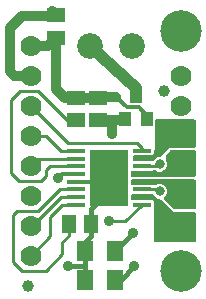
<source format=gbr>
G04 EAGLE Gerber RS-274X export*
G75*
%MOMM*%
%FSLAX34Y34*%
%LPD*%
%INTop Copper*%
%IPPOS*%
%AMOC8*
5,1,8,0,0,1.08239X$1,22.5*%
G01*
%ADD10R,1.600000X0.300000*%
%ADD11R,3.200000X4.800000*%
%ADD12R,1.400000X1.800000*%
%ADD13C,2.184400*%
%ADD14R,1.000000X1.200000*%
%ADD15R,1.240000X1.500000*%
%ADD16R,1.500000X1.240000*%
%ADD17C,1.000000*%
%ADD18C,3.516000*%
%ADD19C,1.778000*%
%ADD20C,0.254000*%
%ADD21C,0.800100*%
%ADD22C,0.906400*%
%ADD23C,0.406400*%
%ADD24C,0.304800*%
%ADD25C,0.812800*%
%ADD26C,1.016000*%

G36*
X141088Y36846D02*
X141088Y36846D01*
X141207Y36853D01*
X141245Y36866D01*
X141286Y36871D01*
X141396Y36914D01*
X141509Y36951D01*
X141544Y36973D01*
X141581Y36988D01*
X141677Y37058D01*
X141778Y37121D01*
X141806Y37151D01*
X141839Y37174D01*
X141915Y37266D01*
X141996Y37353D01*
X142016Y37388D01*
X142041Y37419D01*
X142092Y37527D01*
X142150Y37631D01*
X142160Y37671D01*
X142177Y37707D01*
X142199Y37824D01*
X142229Y37939D01*
X142233Y38000D01*
X142237Y38020D01*
X142235Y38040D01*
X142239Y38100D01*
X142239Y61468D01*
X142224Y61586D01*
X142217Y61705D01*
X142204Y61743D01*
X142199Y61784D01*
X142156Y61894D01*
X142119Y62007D01*
X142097Y62042D01*
X142082Y62079D01*
X142013Y62175D01*
X141949Y62276D01*
X141919Y62304D01*
X141896Y62337D01*
X141804Y62413D01*
X141717Y62494D01*
X141682Y62514D01*
X141651Y62539D01*
X141543Y62590D01*
X141439Y62648D01*
X141399Y62658D01*
X141363Y62675D01*
X141246Y62697D01*
X141131Y62727D01*
X141071Y62731D01*
X141051Y62735D01*
X141030Y62733D01*
X140970Y62737D01*
X123092Y62737D01*
X113422Y72407D01*
X113380Y72513D01*
X113367Y72531D01*
X113359Y72551D01*
X113274Y72659D01*
X113194Y72770D01*
X113177Y72784D01*
X113163Y72801D01*
X113042Y72908D01*
X111994Y73714D01*
X111980Y73722D01*
X111967Y73734D01*
X111843Y73802D01*
X111720Y73874D01*
X111703Y73879D01*
X111689Y73887D01*
X111551Y73923D01*
X111414Y73962D01*
X111397Y73962D01*
X111381Y73967D01*
X111220Y73977D01*
X110560Y73977D01*
X108342Y74895D01*
X106645Y76592D01*
X106607Y76686D01*
X106597Y76703D01*
X106592Y76717D01*
X106588Y76723D01*
X106583Y76739D01*
X106514Y76849D01*
X106449Y76962D01*
X106429Y76983D01*
X106413Y77008D01*
X106318Y77097D01*
X106228Y77190D01*
X106203Y77206D01*
X106181Y77226D01*
X106067Y77289D01*
X105957Y77357D01*
X105928Y77365D01*
X105903Y77380D01*
X105777Y77412D01*
X105653Y77450D01*
X105623Y77452D01*
X105595Y77459D01*
X105434Y77469D01*
X88900Y77469D01*
X88782Y77454D01*
X88663Y77447D01*
X88625Y77434D01*
X88584Y77429D01*
X88474Y77386D01*
X88361Y77349D01*
X88326Y77327D01*
X88289Y77312D01*
X88193Y77243D01*
X88092Y77179D01*
X88064Y77149D01*
X88031Y77126D01*
X87956Y77034D01*
X87874Y76947D01*
X87854Y76912D01*
X87829Y76881D01*
X87778Y76773D01*
X87720Y76669D01*
X87710Y76629D01*
X87693Y76593D01*
X87671Y76476D01*
X87641Y76361D01*
X87637Y76301D01*
X87633Y76281D01*
X87634Y76264D01*
X87633Y76258D01*
X87634Y76249D01*
X87631Y76200D01*
X87631Y73660D01*
X87646Y73542D01*
X87653Y73423D01*
X87666Y73385D01*
X87671Y73344D01*
X87714Y73234D01*
X87751Y73121D01*
X87773Y73086D01*
X87788Y73049D01*
X87858Y72953D01*
X87921Y72852D01*
X87951Y72824D01*
X87974Y72791D01*
X88066Y72716D01*
X88153Y72634D01*
X88188Y72614D01*
X88219Y72589D01*
X88327Y72538D01*
X88431Y72480D01*
X88471Y72470D01*
X88507Y72453D01*
X88624Y72431D01*
X88739Y72401D01*
X88800Y72397D01*
X88820Y72393D01*
X88840Y72395D01*
X88900Y72391D01*
X106681Y72391D01*
X106681Y38100D01*
X106696Y37982D01*
X106703Y37863D01*
X106716Y37825D01*
X106721Y37784D01*
X106764Y37674D01*
X106801Y37561D01*
X106823Y37526D01*
X106838Y37489D01*
X106908Y37393D01*
X106971Y37292D01*
X107001Y37264D01*
X107024Y37231D01*
X107116Y37156D01*
X107203Y37074D01*
X107238Y37054D01*
X107269Y37029D01*
X107377Y36978D01*
X107481Y36920D01*
X107521Y36910D01*
X107557Y36893D01*
X107674Y36871D01*
X107789Y36841D01*
X107850Y36837D01*
X107870Y36833D01*
X107890Y36835D01*
X107950Y36831D01*
X140970Y36831D01*
X141088Y36846D01*
G37*
G36*
X105463Y105414D02*
X105463Y105414D01*
X105493Y105412D01*
X105621Y105434D01*
X105750Y105451D01*
X105777Y105461D01*
X105806Y105467D01*
X105925Y105520D01*
X106045Y105568D01*
X106069Y105585D01*
X106096Y105597D01*
X106197Y105678D01*
X106303Y105754D01*
X106321Y105777D01*
X106344Y105796D01*
X106423Y105899D01*
X106505Y105999D01*
X106518Y106026D01*
X106536Y106050D01*
X106607Y106194D01*
X106645Y106288D01*
X108342Y107985D01*
X110560Y108903D01*
X111442Y108903D01*
X111541Y108916D01*
X111640Y108919D01*
X111698Y108935D01*
X111758Y108943D01*
X111850Y108980D01*
X111945Y109007D01*
X111997Y109038D01*
X112054Y109060D01*
X112134Y109118D01*
X112219Y109169D01*
X112295Y109235D01*
X112311Y109247D01*
X112319Y109256D01*
X112340Y109275D01*
X119906Y116841D01*
X140970Y116841D01*
X141088Y116856D01*
X141207Y116863D01*
X141245Y116876D01*
X141286Y116881D01*
X141396Y116924D01*
X141509Y116961D01*
X141544Y116983D01*
X141581Y116998D01*
X141677Y117068D01*
X141778Y117131D01*
X141806Y117161D01*
X141839Y117184D01*
X141915Y117276D01*
X141996Y117363D01*
X142016Y117398D01*
X142041Y117429D01*
X142092Y117537D01*
X142150Y117641D01*
X142160Y117681D01*
X142177Y117717D01*
X142199Y117834D01*
X142229Y117949D01*
X142233Y118010D01*
X142237Y118030D01*
X142235Y118050D01*
X142239Y118110D01*
X142239Y139700D01*
X142224Y139818D01*
X142217Y139937D01*
X142204Y139975D01*
X142199Y140016D01*
X142156Y140126D01*
X142119Y140239D01*
X142097Y140274D01*
X142082Y140311D01*
X142013Y140407D01*
X141949Y140508D01*
X141919Y140536D01*
X141896Y140569D01*
X141804Y140645D01*
X141717Y140726D01*
X141682Y140746D01*
X141651Y140771D01*
X141543Y140822D01*
X141439Y140880D01*
X141399Y140890D01*
X141363Y140907D01*
X141246Y140929D01*
X141131Y140959D01*
X141071Y140963D01*
X141051Y140967D01*
X141030Y140965D01*
X140970Y140969D01*
X109242Y140969D01*
X109124Y140954D01*
X109005Y140947D01*
X108967Y140934D01*
X108926Y140929D01*
X108816Y140886D01*
X108703Y140849D01*
X108668Y140827D01*
X108631Y140812D01*
X108535Y140743D01*
X108434Y140679D01*
X108406Y140649D01*
X108373Y140626D01*
X108297Y140534D01*
X108216Y140447D01*
X108196Y140412D01*
X108171Y140381D01*
X108120Y140273D01*
X108062Y140169D01*
X108052Y140129D01*
X108035Y140093D01*
X108013Y139976D01*
X107983Y139861D01*
X107979Y139801D01*
X107975Y139781D01*
X107976Y139766D01*
X107975Y139761D01*
X107976Y139751D01*
X107973Y139700D01*
X107973Y133947D01*
X107961Y133901D01*
X107955Y133801D01*
X107951Y133781D01*
X107953Y133768D01*
X107951Y133740D01*
X107951Y116096D01*
X106984Y115129D01*
X106924Y115051D01*
X106856Y114979D01*
X106827Y114926D01*
X106790Y114878D01*
X106750Y114787D01*
X106702Y114701D01*
X106687Y114642D01*
X106663Y114586D01*
X106648Y114488D01*
X106623Y114393D01*
X106617Y114293D01*
X106613Y114272D01*
X106615Y114260D01*
X106613Y114232D01*
X106613Y111848D01*
X105422Y110657D01*
X103038Y110657D01*
X102940Y110645D01*
X102841Y110642D01*
X102783Y110625D01*
X102722Y110617D01*
X102630Y110581D01*
X102535Y110553D01*
X102483Y110523D01*
X102427Y110500D01*
X102411Y110489D01*
X90170Y110489D01*
X90052Y110474D01*
X89933Y110467D01*
X89895Y110454D01*
X89854Y110449D01*
X89744Y110406D01*
X89631Y110369D01*
X89596Y110347D01*
X89559Y110332D01*
X89463Y110263D01*
X89362Y110199D01*
X89334Y110169D01*
X89301Y110146D01*
X89226Y110054D01*
X89144Y109967D01*
X89124Y109932D01*
X89099Y109901D01*
X89048Y109793D01*
X88990Y109689D01*
X88980Y109649D01*
X88963Y109613D01*
X88941Y109496D01*
X88911Y109381D01*
X88907Y109321D01*
X88903Y109301D01*
X88903Y109299D01*
X88905Y109279D01*
X88901Y109220D01*
X88901Y106680D01*
X88916Y106562D01*
X88923Y106443D01*
X88936Y106405D01*
X88941Y106364D01*
X88984Y106254D01*
X89021Y106141D01*
X89043Y106106D01*
X89058Y106069D01*
X89128Y105973D01*
X89191Y105872D01*
X89221Y105844D01*
X89244Y105811D01*
X89336Y105736D01*
X89423Y105654D01*
X89458Y105634D01*
X89489Y105609D01*
X89597Y105558D01*
X89701Y105500D01*
X89741Y105490D01*
X89777Y105473D01*
X89894Y105451D01*
X90009Y105421D01*
X90070Y105417D01*
X90090Y105413D01*
X90110Y105415D01*
X90170Y105411D01*
X105434Y105411D01*
X105463Y105414D01*
G37*
G36*
X141088Y64786D02*
X141088Y64786D01*
X141207Y64793D01*
X141245Y64806D01*
X141286Y64811D01*
X141396Y64854D01*
X141509Y64891D01*
X141544Y64913D01*
X141581Y64928D01*
X141677Y64998D01*
X141778Y65061D01*
X141806Y65091D01*
X141839Y65114D01*
X141915Y65206D01*
X141996Y65293D01*
X142016Y65328D01*
X142041Y65359D01*
X142092Y65467D01*
X142150Y65571D01*
X142160Y65611D01*
X142177Y65647D01*
X142199Y65764D01*
X142229Y65879D01*
X142233Y65940D01*
X142237Y65960D01*
X142235Y65980D01*
X142239Y66040D01*
X142239Y88900D01*
X142224Y89018D01*
X142217Y89137D01*
X142204Y89175D01*
X142199Y89216D01*
X142156Y89326D01*
X142119Y89439D01*
X142097Y89474D01*
X142082Y89511D01*
X142013Y89607D01*
X141949Y89708D01*
X141919Y89736D01*
X141896Y89769D01*
X141804Y89845D01*
X141717Y89926D01*
X141682Y89946D01*
X141651Y89971D01*
X141543Y90022D01*
X141439Y90080D01*
X141399Y90090D01*
X141363Y90107D01*
X141246Y90129D01*
X141131Y90159D01*
X141071Y90163D01*
X141051Y90167D01*
X141030Y90165D01*
X140970Y90169D01*
X88900Y90169D01*
X88782Y90154D01*
X88663Y90147D01*
X88625Y90134D01*
X88584Y90129D01*
X88474Y90086D01*
X88361Y90049D01*
X88326Y90027D01*
X88289Y90012D01*
X88193Y89943D01*
X88092Y89879D01*
X88064Y89849D01*
X88031Y89826D01*
X87956Y89734D01*
X87874Y89647D01*
X87854Y89612D01*
X87829Y89581D01*
X87778Y89473D01*
X87720Y89369D01*
X87710Y89329D01*
X87693Y89293D01*
X87671Y89176D01*
X87641Y89061D01*
X87637Y89001D01*
X87633Y88981D01*
X87634Y88970D01*
X87633Y88967D01*
X87634Y88954D01*
X87631Y88900D01*
X87631Y86492D01*
X87646Y86374D01*
X87653Y86255D01*
X87666Y86217D01*
X87671Y86176D01*
X87714Y86066D01*
X87751Y85953D01*
X87773Y85918D01*
X87788Y85881D01*
X87858Y85785D01*
X87921Y85684D01*
X87951Y85656D01*
X87974Y85623D01*
X88066Y85547D01*
X88153Y85466D01*
X88188Y85446D01*
X88219Y85421D01*
X88327Y85370D01*
X88431Y85312D01*
X88471Y85302D01*
X88507Y85285D01*
X88624Y85263D01*
X88739Y85233D01*
X88800Y85229D01*
X88820Y85225D01*
X88840Y85227D01*
X88900Y85223D01*
X105534Y85223D01*
X105611Y85180D01*
X105670Y85165D01*
X105725Y85141D01*
X105823Y85126D01*
X105919Y85101D01*
X106019Y85095D01*
X106039Y85091D01*
X106052Y85093D01*
X106080Y85091D01*
X108008Y85091D01*
X108017Y85092D01*
X108026Y85091D01*
X108175Y85112D01*
X108324Y85131D01*
X108332Y85134D01*
X108341Y85135D01*
X108494Y85187D01*
X110560Y86043D01*
X112960Y86043D01*
X115026Y85187D01*
X115035Y85185D01*
X115043Y85180D01*
X115070Y85174D01*
X115125Y85146D01*
X115178Y85125D01*
X116875Y83428D01*
X117793Y81210D01*
X117793Y78810D01*
X116875Y76592D01*
X115943Y75660D01*
X115882Y75582D01*
X115814Y75510D01*
X115785Y75457D01*
X115748Y75409D01*
X115708Y75318D01*
X115660Y75231D01*
X115645Y75173D01*
X115621Y75117D01*
X115606Y75019D01*
X115581Y74923D01*
X115575Y74823D01*
X115571Y74803D01*
X115573Y74791D01*
X115571Y74763D01*
X115571Y73660D01*
X115583Y73562D01*
X115586Y73463D01*
X115597Y73425D01*
X115598Y73419D01*
X115604Y73400D01*
X115611Y73344D01*
X115647Y73252D01*
X115675Y73157D01*
X115692Y73128D01*
X115696Y73116D01*
X115710Y73093D01*
X115728Y73049D01*
X115786Y72969D01*
X115836Y72883D01*
X115861Y72856D01*
X115866Y72847D01*
X115878Y72836D01*
X115902Y72808D01*
X115914Y72791D01*
X115924Y72784D01*
X115943Y72763D01*
X123563Y65143D01*
X123641Y65082D01*
X123713Y65014D01*
X123766Y64985D01*
X123814Y64948D01*
X123905Y64908D01*
X123991Y64860D01*
X124050Y64845D01*
X124106Y64821D01*
X124204Y64806D01*
X124299Y64781D01*
X124399Y64775D01*
X124420Y64771D01*
X124432Y64773D01*
X124460Y64771D01*
X140970Y64771D01*
X141088Y64786D01*
G37*
G36*
X141088Y92218D02*
X141088Y92218D01*
X141207Y92225D01*
X141245Y92238D01*
X141286Y92243D01*
X141396Y92286D01*
X141509Y92323D01*
X141544Y92345D01*
X141581Y92360D01*
X141677Y92429D01*
X141778Y92493D01*
X141806Y92523D01*
X141839Y92546D01*
X141915Y92638D01*
X141996Y92725D01*
X142016Y92760D01*
X142041Y92791D01*
X142092Y92899D01*
X142150Y93003D01*
X142160Y93043D01*
X142177Y93079D01*
X142199Y93196D01*
X142229Y93311D01*
X142233Y93371D01*
X142237Y93391D01*
X142235Y93412D01*
X142239Y93472D01*
X142239Y113538D01*
X142224Y113656D01*
X142217Y113775D01*
X142204Y113813D01*
X142199Y113854D01*
X142156Y113964D01*
X142119Y114077D01*
X142097Y114112D01*
X142082Y114149D01*
X142013Y114245D01*
X141949Y114346D01*
X141919Y114374D01*
X141896Y114407D01*
X141804Y114483D01*
X141717Y114564D01*
X141682Y114584D01*
X141651Y114609D01*
X141543Y114660D01*
X141439Y114718D01*
X141399Y114728D01*
X141363Y114745D01*
X141246Y114767D01*
X141131Y114797D01*
X141071Y114801D01*
X141051Y114805D01*
X141030Y114803D01*
X140970Y114807D01*
X121274Y114807D01*
X121176Y114795D01*
X121077Y114792D01*
X121018Y114775D01*
X120958Y114767D01*
X120866Y114731D01*
X120771Y114703D01*
X120719Y114673D01*
X120663Y114650D01*
X120583Y114592D01*
X120497Y114542D01*
X120422Y114476D01*
X120405Y114464D01*
X120397Y114454D01*
X120376Y114436D01*
X117213Y111272D01*
X117152Y111193D01*
X117084Y111121D01*
X117055Y111068D01*
X117018Y111020D01*
X116978Y110929D01*
X116930Y110843D01*
X116915Y110784D01*
X116891Y110729D01*
X116876Y110631D01*
X116851Y110535D01*
X116845Y110435D01*
X116841Y110415D01*
X116843Y110402D01*
X116841Y110374D01*
X116841Y106622D01*
X116842Y106613D01*
X116841Y106604D01*
X116862Y106455D01*
X116881Y106306D01*
X116884Y106298D01*
X116885Y106289D01*
X116937Y106136D01*
X117793Y104070D01*
X117793Y101670D01*
X116875Y99452D01*
X115178Y97755D01*
X112960Y96837D01*
X110560Y96837D01*
X108257Y97791D01*
X108248Y97793D01*
X108240Y97798D01*
X108095Y97835D01*
X107950Y97875D01*
X107941Y97875D01*
X107932Y97877D01*
X107771Y97887D01*
X106178Y97887D01*
X106079Y97875D01*
X105980Y97872D01*
X105922Y97855D01*
X105862Y97847D01*
X105770Y97811D01*
X105675Y97783D01*
X105623Y97753D01*
X105566Y97730D01*
X105486Y97672D01*
X105461Y97657D01*
X88900Y97657D01*
X88782Y97642D01*
X88663Y97635D01*
X88625Y97622D01*
X88584Y97617D01*
X88474Y97574D01*
X88361Y97537D01*
X88326Y97515D01*
X88289Y97500D01*
X88193Y97431D01*
X88092Y97367D01*
X88064Y97337D01*
X88031Y97314D01*
X87956Y97222D01*
X87874Y97135D01*
X87854Y97100D01*
X87829Y97069D01*
X87778Y96961D01*
X87720Y96857D01*
X87710Y96817D01*
X87693Y96781D01*
X87671Y96664D01*
X87641Y96549D01*
X87637Y96489D01*
X87633Y96469D01*
X87635Y96448D01*
X87631Y96388D01*
X87631Y93472D01*
X87646Y93354D01*
X87653Y93235D01*
X87666Y93197D01*
X87671Y93156D01*
X87714Y93046D01*
X87751Y92933D01*
X87773Y92898D01*
X87788Y92861D01*
X87858Y92765D01*
X87921Y92664D01*
X87951Y92636D01*
X87974Y92603D01*
X88066Y92527D01*
X88153Y92446D01*
X88188Y92426D01*
X88219Y92401D01*
X88327Y92350D01*
X88431Y92292D01*
X88471Y92282D01*
X88507Y92265D01*
X88624Y92243D01*
X88739Y92213D01*
X88800Y92209D01*
X88820Y92205D01*
X88840Y92207D01*
X88900Y92203D01*
X140970Y92203D01*
X141088Y92218D01*
G37*
D10*
X96580Y68690D03*
X96580Y75190D03*
X96580Y81690D03*
X96580Y88190D03*
X96580Y94690D03*
X96580Y101190D03*
X96580Y107690D03*
X96580Y114190D03*
X40580Y114190D03*
X40580Y107690D03*
X40580Y101190D03*
X40580Y94690D03*
X40580Y88190D03*
X40580Y81690D03*
X40580Y75190D03*
X40580Y68690D03*
D11*
X68580Y91440D03*
D12*
X73660Y29210D03*
X48260Y29210D03*
X73660Y5080D03*
X48260Y5080D03*
D13*
X53120Y203200D03*
X88120Y203200D03*
D14*
X91440Y161130D03*
X100940Y141130D03*
X81940Y141130D03*
D15*
X34950Y52070D03*
X53950Y52070D03*
D16*
X40640Y159360D03*
X40640Y140360D03*
X24130Y210210D03*
X24130Y229210D03*
X59690Y159360D03*
X59690Y140360D03*
D17*
X115570Y165100D03*
X0Y0D03*
D18*
X129540Y215900D03*
X129540Y12700D03*
D19*
X129540Y76200D03*
X129540Y50800D03*
X129540Y127000D03*
X129540Y101600D03*
X129540Y152400D03*
X129540Y177800D03*
X2540Y203200D03*
X2540Y177800D03*
X2540Y152400D03*
X2540Y127000D03*
X2540Y101600D03*
X2540Y76200D03*
X2540Y50800D03*
X2540Y25400D03*
D20*
X96580Y101190D02*
X110080Y101190D01*
D21*
X111760Y102870D03*
D22*
X88900Y44450D03*
D20*
X110080Y101190D02*
X111760Y102870D01*
D23*
X88900Y44450D02*
X73660Y29210D01*
D24*
X62230Y88190D02*
X40580Y88190D01*
X62230Y88190D02*
X65330Y88190D01*
X65441Y88192D01*
X65552Y88198D01*
X65662Y88207D01*
X65773Y88220D01*
X65882Y88237D01*
X65991Y88258D01*
X66099Y88282D01*
X66207Y88311D01*
X66313Y88342D01*
X66418Y88378D01*
X66522Y88417D01*
X66625Y88459D01*
X66726Y88505D01*
X66825Y88554D01*
X66923Y88607D01*
X67019Y88663D01*
X67112Y88722D01*
X67204Y88785D01*
X67294Y88850D01*
X67381Y88919D01*
X67466Y88990D01*
X67548Y89065D01*
X67628Y89142D01*
X67705Y89222D01*
X67780Y89304D01*
X67851Y89389D01*
X67920Y89476D01*
X67985Y89566D01*
X68048Y89658D01*
X68107Y89751D01*
X68163Y89847D01*
X68216Y89945D01*
X68265Y90044D01*
X68311Y90145D01*
X68353Y90248D01*
X68392Y90352D01*
X68428Y90457D01*
X68459Y90563D01*
X68488Y90671D01*
X68512Y90779D01*
X68533Y90888D01*
X68550Y90997D01*
X68563Y91108D01*
X68572Y91218D01*
X68578Y91329D01*
X68580Y91440D01*
D23*
X48260Y29210D02*
X48260Y5080D01*
X53950Y52070D02*
X53950Y65380D01*
X60960Y72390D01*
X60960Y86920D01*
X62230Y88190D01*
D22*
X71755Y128905D03*
X58420Y109220D03*
X78740Y73660D03*
D23*
X66040Y77470D02*
X60960Y72390D01*
D25*
X24130Y229210D02*
X20930Y232410D01*
D22*
X58420Y73660D03*
X78740Y109220D03*
D25*
X2540Y177800D02*
X-11430Y177800D01*
X-15240Y181610D01*
X-15240Y218440D01*
X-5080Y228600D01*
X23520Y228600D01*
X24130Y229210D01*
D23*
X53950Y52070D02*
X53950Y42520D01*
X48260Y36830D01*
X48260Y29210D01*
D25*
X59690Y140360D02*
X71755Y140360D01*
X80081Y140360D02*
X80179Y140362D01*
X80277Y140367D01*
X80375Y140377D01*
X80473Y140389D01*
X80570Y140406D01*
X80666Y140426D01*
X80761Y140450D01*
X80856Y140477D01*
X80949Y140508D01*
X81041Y140542D01*
X81132Y140579D01*
X81222Y140620D01*
X81309Y140665D01*
X81396Y140712D01*
X81480Y140763D01*
X81562Y140817D01*
X81642Y140874D01*
X81720Y140934D01*
X81796Y140996D01*
X81869Y141062D01*
X81940Y141130D01*
X80081Y140360D02*
X71755Y140360D01*
X71755Y128905D01*
D23*
X48260Y16510D02*
X48260Y5080D01*
X48260Y16510D02*
X34290Y16510D01*
D22*
X34290Y16510D03*
D20*
X96580Y81690D02*
X110080Y81690D01*
D21*
X111760Y80010D03*
D22*
X90170Y16510D03*
D20*
X111760Y80010D02*
X110080Y81690D01*
D23*
X78740Y5080D02*
X73660Y5080D01*
X78740Y5080D02*
X90170Y16510D01*
D26*
X91440Y167420D02*
X53120Y203200D01*
X91440Y167420D02*
X91440Y161130D01*
D24*
X40580Y94690D02*
X28650Y94690D01*
X25400Y91440D01*
D22*
X25400Y91440D03*
X25400Y165100D03*
D25*
X31140Y159360D01*
X40640Y159360D01*
X59690Y159360D01*
X60350Y160020D01*
X74930Y160020D01*
D24*
X83820Y151130D01*
X93980Y151130D01*
X100940Y144170D01*
D23*
X100940Y141130D01*
D25*
X17120Y203200D02*
X2540Y203200D01*
X17120Y203200D02*
X24130Y210210D01*
X24130Y166370D01*
X25400Y165100D01*
D20*
X96580Y75190D02*
X105150Y75190D01*
X129540Y50800D01*
X117550Y88190D02*
X96580Y88190D01*
X117550Y88190D02*
X129540Y76200D01*
X122630Y94690D02*
X96580Y94690D01*
X122630Y94690D02*
X129540Y101600D01*
X105150Y107690D02*
X96580Y107690D01*
X105150Y107690D02*
X124460Y127000D01*
X129540Y127000D01*
X34950Y52070D02*
X34950Y42570D01*
X40580Y81690D02*
X27080Y81690D01*
X8890Y63500D01*
X-8890Y63500D01*
X-12700Y59690D01*
X-12700Y20320D01*
X-5080Y12700D01*
X15240Y12700D01*
X29210Y26670D01*
X29210Y36830D01*
X34950Y42570D01*
X33630Y140360D02*
X40640Y140360D01*
X19050Y101600D02*
X15240Y97790D01*
X19050Y101600D02*
X40170Y101600D01*
X40580Y101190D01*
X15240Y97790D02*
X15240Y92710D01*
X11430Y88900D01*
X-7620Y88900D01*
X-13970Y95250D01*
X-13970Y157480D01*
X-6350Y165100D01*
X8890Y165100D01*
X33630Y140360D01*
D22*
X68580Y54610D03*
D20*
X82500Y54610D01*
X96580Y68690D01*
X40580Y68690D02*
X29320Y68690D01*
X19050Y58420D01*
X19050Y41910D01*
X2540Y25400D01*
X28200Y75190D02*
X40580Y75190D01*
X28200Y75190D02*
X3810Y50800D01*
X2540Y50800D01*
X28050Y114190D02*
X40580Y114190D01*
X28050Y114190D02*
X15240Y127000D01*
X2540Y127000D01*
X8630Y107690D02*
X40580Y107690D01*
X8630Y107690D02*
X2540Y101600D01*
X92710Y120650D02*
X96580Y116780D01*
X96580Y114190D01*
X92710Y120650D02*
X34290Y120650D01*
X2540Y152400D01*
M02*

</source>
